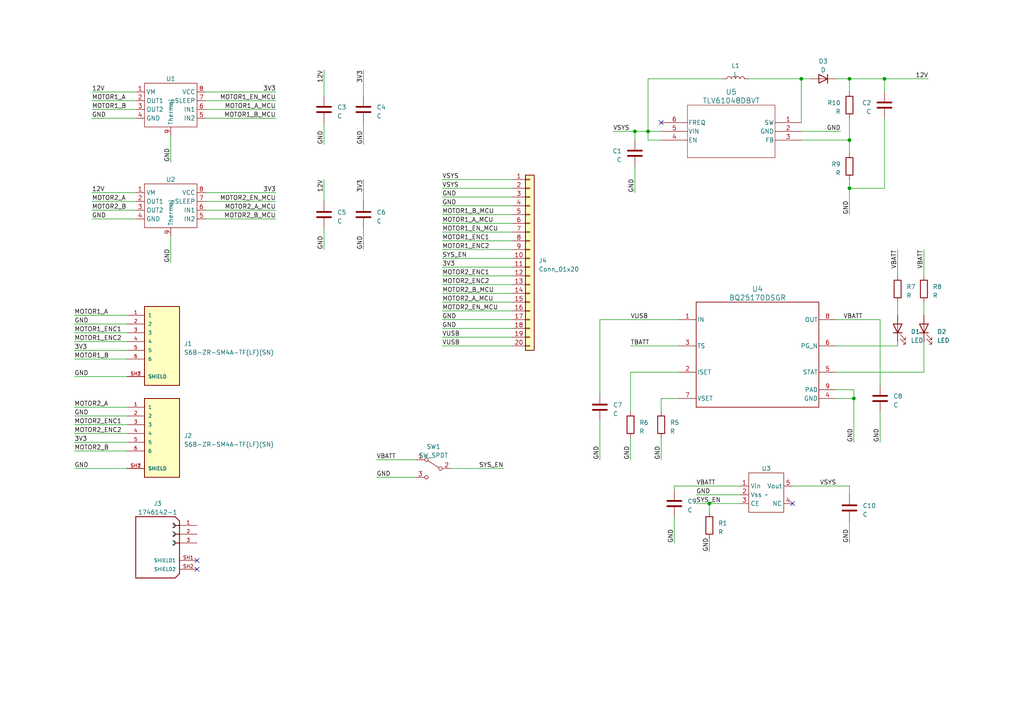
<source format=kicad_sch>
(kicad_sch (version 20230121) (generator eeschema)
  (paper "A4")
  (lib_symbols
    (symbol "1746142-1:1746142-1" (pin_names (offset 1.016))
      (property "Reference" "J" (at -12.7 8.89 0))
      (property "Value" "1746142-1" (at -12.7 -12.7 0))
      (symbol "1746142-1_0_0"
        (arc (start -1.905 -0.635) (mid -1.2727 0) (end -1.905 0.635) (stroke (width 0.254)))
        (arc (start -1.905 1.905) (mid -1.2727 2.54) (end -1.905 3.175) (stroke (width 0.254)))
        (arc (start -1.905 4.445) (mid -1.2727 5.08) (end -1.905 5.715) (stroke (width 0.254)))
        (polyline (pts (xy -12.7 -10.16) (xy -12.7 7.62)) (stroke (width 0.254)))
        (polyline (pts (xy -12.7 7.62) (xy -1.27 7.62)) (stroke (width 0.254)))
        (polyline (pts (xy -1.27 -10.16) (xy -12.7 -10.16)) (stroke (width 0.254)))
        (polyline (pts (xy 0 -8.89) (xy -1.27 -10.16)) (stroke (width 0.254)))
        (polyline (pts (xy 0 0) (xy -1.27 0)) (stroke (width 0.254)))
        (polyline (pts (xy 0 2.54) (xy -1.27 2.54)) (stroke (width 0.254)))
        (polyline (pts (xy 0 5.08) (xy -1.27 5.08)) (stroke (width 0.254)))
        (polyline (pts (xy 0 5.08) (xy 0 -8.89)) (stroke (width 0.254)))
        (polyline (pts (xy 0 6.35) (xy -1.27 7.62)) (stroke (width 0.254)))
        (polyline (pts (xy 0 6.35) (xy 0 5.08)) (stroke (width 0.254)))
        (pin passive line (at 5.08 5.08 180) (length 5.08) (name "1") (number "1"))
        (pin passive line (at 5.08 2.54 180) (length 5.08) (name "2") (number "2"))
        (pin passive line (at 5.08 0 180) (length 5.08) (name "3") (number "3"))
        (pin passive line (at 5.08 -5.08 180) (length 5.08) (name "SHIELD1") (number "SH1"))
        (pin passive line (at 5.08 -7.62 180) (length 5.08) (name "SHIELD2") (number "SH2"))
      )
    )
    (symbol "BQ25170DSGR:BQ25170DSGR" (pin_names (offset 0.254))
      (property "Reference" "U" (at 0 2.54 0))
      (property "Value" "BQ25170DSGR" (at 0 0 0))
      (symbol "BQ25170DSGR_0_1"
        (polyline (pts (xy -17.78 -15.24) (xy 17.78 -15.24)) (stroke (width 0.2032)))
        (polyline (pts (xy -17.78 15.24) (xy -17.78 -15.24)) (stroke (width 0.2032)))
        (polyline (pts (xy 17.78 -15.24) (xy 17.78 15.24)) (stroke (width 0.2032)))
        (polyline (pts (xy 17.78 15.24) (xy -17.78 15.24)) (stroke (width 0.2032)))
        (pin power_in line (at -22.86 10.16 0) (length 5.08) (name "IN") (number "1"))
        (pin input line (at -22.86 -5.08 0) (length 5.08) (name "ISET") (number "2"))
        (pin bidirectional line (at -22.86 2.54 0) (length 5.08) (name "TS") (number "3"))
        (pin power_in line (at 22.86 -12.7 180) (length 5.08) (name "GND") (number "4"))
        (pin output line (at 22.86 -5.08 180) (length 5.08) (name "STAT") (number "5"))
        (pin output line (at 22.86 2.54 180) (length 5.08) (name "PG_N") (number "6"))
        (pin input line (at -22.86 -12.7 0) (length 5.08) (name "VSET") (number "7"))
        (pin output line (at 22.86 10.16 180) (length 5.08) (name "OUT") (number "8"))
        (pin power_in line (at 22.86 -10.16 180) (length 5.08) (name "PAD") (number "9"))
      )
    )
    (symbol "Connector_Generic:Conn_01x20" (pin_names (offset 1.016) hide)
      (property "Reference" "J" (at 0 25.4 0))
      (property "Value" "Conn_01x20" (at 0 -27.94 0))
      (symbol "Conn_01x20_1_1"
        (rectangle (start -1.27 -25.273) (end 0 -25.527) (stroke (width 0.1524)))
        (rectangle (start -1.27 -22.733) (end 0 -22.987) (stroke (width 0.1524)))
        (rectangle (start -1.27 -20.193) (end 0 -20.447) (stroke (width 0.1524)))
        (rectangle (start -1.27 -17.653) (end 0 -17.907) (stroke (width 0.1524)))
        (rectangle (start -1.27 -15.113) (end 0 -15.367) (stroke (width 0.1524)))
        (rectangle (start -1.27 -12.573) (end 0 -12.827) (stroke (width 0.1524)))
        (rectangle (start -1.27 -10.033) (end 0 -10.287) (stroke (width 0.1524)))
        (rectangle (start -1.27 -7.493) (end 0 -7.747) (stroke (width 0.1524)))
        (rectangle (start -1.27 -4.953) (end 0 -5.207) (stroke (width 0.1524)))
        (rectangle (start -1.27 -2.413) (end 0 -2.667) (stroke (width 0.1524)))
        (rectangle (start -1.27 0.127) (end 0 -0.127) (stroke (width 0.1524)))
        (rectangle (start -1.27 2.667) (end 0 2.413) (stroke (width 0.1524)))
        (rectangle (start -1.27 5.207) (end 0 4.953) (stroke (width 0.1524)))
        (rectangle (start -1.27 7.747) (end 0 7.493) (stroke (width 0.1524)))
        (rectangle (start -1.27 10.287) (end 0 10.033) (stroke (width 0.1524)))
        (rectangle (start -1.27 12.827) (end 0 12.573) (stroke (width 0.1524)))
        (rectangle (start -1.27 15.367) (end 0 15.113) (stroke (width 0.1524)))
        (rectangle (start -1.27 17.907) (end 0 17.653) (stroke (width 0.1524)))
        (rectangle (start -1.27 20.447) (end 0 20.193) (stroke (width 0.1524)))
        (rectangle (start -1.27 22.987) (end 0 22.733) (stroke (width 0.1524)))
        (rectangle (start -1.27 24.13) (end 1.27 -26.67) (stroke (width 0.254)) (fill (type background)))
        (pin passive line (at -5.08 22.86 0) (length 3.81) (name "Pin_1") (number "1"))
        (pin passive line (at -5.08 0 0) (length 3.81) (name "Pin_10") (number "10"))
        (pin passive line (at -5.08 -2.54 0) (length 3.81) (name "Pin_11") (number "11"))
        (pin passive line (at -5.08 -5.08 0) (length 3.81) (name "Pin_12") (number "12"))
        (pin passive line (at -5.08 -7.62 0) (length 3.81) (name "Pin_13") (number "13"))
        (pin passive line (at -5.08 -10.16 0) (length 3.81) (name "Pin_14") (number "14"))
        (pin passive line (at -5.08 -12.7 0) (length 3.81) (name "Pin_15") (number "15"))
        (pin passive line (at -5.08 -15.24 0) (length 3.81) (name "Pin_16") (number "16"))
        (pin passive line (at -5.08 -17.78 0) (length 3.81) (name "Pin_17") (number "17"))
        (pin passive line (at -5.08 -20.32 0) (length 3.81) (name "Pin_18") (number "18"))
        (pin passive line (at -5.08 -22.86 0) (length 3.81) (name "Pin_19") (number "19"))
        (pin passive line (at -5.08 20.32 0) (length 3.81) (name "Pin_2") (number "2"))
        (pin passive line (at -5.08 -25.4 0) (length 3.81) (name "Pin_20") (number "20"))
        (pin passive line (at -5.08 17.78 0) (length 3.81) (name "Pin_3") (number "3"))
        (pin passive line (at -5.08 15.24 0) (length 3.81) (name "Pin_4") (number "4"))
        (pin passive line (at -5.08 12.7 0) (length 3.81) (name "Pin_5") (number "5"))
        (pin passive line (at -5.08 10.16 0) (length 3.81) (name "Pin_6") (number "6"))
        (pin passive line (at -5.08 7.62 0) (length 3.81) (name "Pin_7") (number "7"))
        (pin passive line (at -5.08 5.08 0) (length 3.81) (name "Pin_8") (number "8"))
        (pin passive line (at -5.08 2.54 0) (length 3.81) (name "Pin_9") (number "9"))
      )
    )
    (symbol "DRV8212:DRV8212"
      (property "Reference" "U" (at 0 7.62 0))
      (symbol "DRV8212_0_1"
        (rectangle (start 7.62 -6.35) (end -7.62 6.35))
      )
      (symbol "DRV8212_1_1"
        (pin power_in line (at -10.16 3.81 0) (length 2.54) (name "VM") (number "1"))
        (pin power_out line (at -10.16 1.27 0) (length 2.54) (name "OUT1") (number "2"))
        (pin power_out line (at -10.16 -1.27 0) (length 2.54) (name "OUT2") (number "3"))
        (pin power_in line (at -10.16 -3.81 0) (length 2.54) (name "GND") (number "4"))
        (pin input line (at 10.16 -3.81 180) (length 2.54) (name "IN2") (number "5"))
        (pin input line (at 10.16 -1.27 180) (length 2.54) (name "IN1") (number "6"))
        (pin input line (at 10.16 1.27 180) (length 2.54) (name "nSLEEP") (number "7"))
        (pin power_in line (at 10.16 3.81 180) (length 2.54) (name "VCC") (number "8"))
        (pin power_in line (at 0 -8.89 90) (length 2.54) (name "Thermal") (number "9"))
      )
    )
    (symbol "Device:C" (pin_numbers hide) (pin_names (offset 0.254))
      (property "Reference" "C" (at 0.635 2.54 0))
      (property "Value" "C" (at 0.635 -2.54 0))
      (symbol "C_0_1"
        (polyline (pts (xy -2.032 -0.762) (xy 2.032 -0.762)) (stroke (width 0.508)))
        (polyline (pts (xy -2.032 0.762) (xy 2.032 0.762)) (stroke (width 0.508)))
      )
      (symbol "C_1_1"
        (pin passive line (at 0 3.81 270) (length 2.794) (name "~") (number "1"))
        (pin passive line (at 0 -3.81 90) (length 2.794) (name "~") (number "2"))
      )
    )
    (symbol "Device:D" (pin_numbers hide) (pin_names (offset 1.016) hide)
      (property "Reference" "D" (at 0 2.54 0))
      (property "Value" "D" (at 0 -2.54 0))
      (symbol "D_0_1"
        (polyline (pts (xy -1.27 1.27) (xy -1.27 -1.27)) (stroke (width 0.254)))
        (polyline (pts (xy 1.27 0) (xy -1.27 0)))
        (polyline (pts (xy 1.27 1.27) (xy 1.27 -1.27) (xy -1.27 0) (xy 1.27 1.27)) (stroke (width 0.254)))
      )
      (symbol "D_1_1"
        (pin passive line (at -3.81 0 0) (length 2.54) (name "K") (number "1"))
        (pin passive line (at 3.81 0 180) (length 2.54) (name "A") (number "2"))
      )
    )
    (symbol "Device:L" (pin_numbers hide) (pin_names (offset 1.016) hide)
      (property "Reference" "L" (at -1.27 0 90))
      (property "Value" "L" (at 1.905 0 90))
      (symbol "L_0_1"
        (arc (start 0 -2.54) (mid 0.6323 -1.905) (end 0 -1.27))
        (arc (start 0 -1.27) (mid 0.6323 -0.635) (end 0 0))
        (arc (start 0 0) (mid 0.6323 0.635) (end 0 1.27))
        (arc (start 0 1.27) (mid 0.6323 1.905) (end 0 2.54))
      )
      (symbol "L_1_1"
        (pin passive line (at 0 3.81 270) (length 1.27) (name "1") (number "1"))
        (pin passive line (at 0 -3.81 90) (length 1.27) (name "2") (number "2"))
      )
    )
    (symbol "Device:LED" (pin_numbers hide) (pin_names (offset 1.016) hide)
      (property "Reference" "D" (at 0 2.54 0))
      (property "Value" "LED" (at 0 -2.54 0))
      (symbol "LED_0_1"
        (polyline (pts (xy -1.27 -1.27) (xy -1.27 1.27)) (stroke (width 0.254)))
        (polyline (pts (xy -1.27 0) (xy 1.27 0)))
        (polyline (pts (xy 1.27 -1.27) (xy 1.27 1.27) (xy -1.27 0) (xy 1.27 -1.27)) (stroke (width 0.254)))
        (polyline (pts (xy -3.048 -0.762) (xy -4.572 -2.286) (xy -3.81 -2.286) (xy -4.572 -2.286) (xy -4.572 -1.524)))
        (polyline (pts (xy -1.778 -0.762) (xy -3.302 -2.286) (xy -2.54 -2.286) (xy -3.302 -2.286) (xy -3.302 -1.524)))
      )
      (symbol "LED_1_1"
        (pin passive line (at -3.81 0 0) (length 2.54) (name "K") (number "1"))
        (pin passive line (at 3.81 0 180) (length 2.54) (name "A") (number "2"))
      )
    )
    (symbol "Device:R" (pin_numbers hide) (pin_names (offset 0))
      (property "Reference" "R" (at 2.032 0 90))
      (property "Value" "R" (at 0 0 90))
      (symbol "R_0_1"
        (rectangle (start -1.016 -2.54) (end 1.016 2.54) (stroke (width 0.254)))
      )
      (symbol "R_1_1"
        (pin passive line (at 0 3.81 270) (length 1.27) (name "~") (number "1"))
        (pin passive line (at 0 -3.81 90) (length 1.27) (name "~") (number "2"))
      )
    )
    (symbol "S6B-ZR-SM4A-TF_LF__SN_:S6B-ZR-SM4A-TF(LF)(SN)" (pin_names (offset 1.016))
      (property "Reference" "J" (at -5.087 10.8098 0))
      (property "Value" "S6B-ZR-SM4A-TF(LF)(SN)" (at -5.0901 -15.2704 0))
      (symbol "S6B-ZR-SM4A-TF(LF)(SN)_0_0"
        (rectangle (start -5.08 -12.7) (end 5.08 10.16) (stroke (width 0.254)) (fill (type background)))
        (pin passive line (at -10.16 7.62 0) (length 5.08) (name "1") (number "1"))
        (pin passive line (at -10.16 5.08 0) (length 5.08) (name "2") (number "2"))
        (pin passive line (at -10.16 2.54 0) (length 5.08) (name "3") (number "3"))
        (pin passive line (at -10.16 0 0) (length 5.08) (name "4") (number "4"))
        (pin passive line (at -10.16 -2.54 0) (length 5.08) (name "5") (number "5"))
        (pin passive line (at -10.16 -5.08 0) (length 5.08) (name "6") (number "6"))
        (pin passive line (at -10.16 -10.16 0) (length 5.08) (name "SHIELD") (number "SH1"))
        (pin passive line (at -10.16 -10.16 0) (length 5.08) (name "SHIELD") (number "SH2"))
      )
    )
    (symbol "Switch:SW_SPDT" (pin_names (offset 0) hide)
      (property "Reference" "SW" (at 0 4.318 0))
      (property "Value" "SW_SPDT" (at 0 -5.08 0))
      (symbol "SW_SPDT_0_0"
        (circle (center -2.032 0) (radius 0.508))
        (circle (center 2.032 -2.54) (radius 0.508))
      )
      (symbol "SW_SPDT_0_1"
        (polyline (pts (xy -1.524 0.254) (xy 1.651 2.286)))
        (circle (center 2.032 2.54) (radius 0.508))
      )
      (symbol "SW_SPDT_1_1"
        (pin passive line (at 5.08 2.54 180) (length 2.54) (name "A") (number "1"))
        (pin passive line (at -5.08 0 0) (length 2.54) (name "B") (number "2"))
        (pin passive line (at 5.08 -2.54 180) (length 2.54) (name "C") (number "3"))
      )
    )
    (symbol "TLV61048DBVT:TLV61048DBVT" (pin_names (offset 0.254))
      (property "Reference" "U" (at 20.32 10.16 0))
      (property "Value" "TLV61048DBVT" (at 20.32 7.62 0))
      (symbol "TLV61048DBVT_0_1"
        (polyline (pts (xy 7.62 -10.16) (xy 33.02 -10.16)) (stroke (width 0.127)))
        (polyline (pts (xy 7.62 5.08) (xy 7.62 -10.16)) (stroke (width 0.127)))
        (polyline (pts (xy 33.02 -10.16) (xy 33.02 5.08)) (stroke (width 0.127)))
        (polyline (pts (xy 33.02 5.08) (xy 7.62 5.08)) (stroke (width 0.127)))
        (pin power_in line (at 0 0 0) (length 7.62) (name "SW") (number "1"))
        (pin power_out line (at 0 -2.54 0) (length 7.62) (name "GND") (number "2"))
        (pin input line (at 0 -5.08 0) (length 7.62) (name "FB") (number "3"))
        (pin input line (at 40.64 -5.08 180) (length 7.62) (name "EN") (number "4"))
        (pin input line (at 40.64 -2.54 180) (length 7.62) (name "VIN") (number "5"))
        (pin input line (at 40.64 0 180) (length 7.62) (name "FREQ") (number "6"))
      )
    )
    (symbol "XC8111:XC8111-MR-G"
      (property "Reference" "U" (at 0 7.62 0))
      (symbol "XC8111-MR-G_0_1"
        (rectangle (start -5.08 6.35) (end 5.08 -5.08))
      )
      (symbol "XC8111-MR-G_1_1"
        (pin input line (at -7.62 2.54 0) (length 2.54) (name "Vin") (number "1"))
        (pin input line (at -7.62 0 0) (length 2.54) (name "Vss") (number "2"))
        (pin input line (at -7.62 -2.54 0) (length 2.54) (name "CE") (number "3"))
        (pin input line (at 7.62 -2.54 180) (length 2.54) (name "NC") (number "4"))
        (pin input line (at 7.62 2.54 180) (length 2.54) (name "Vout") (number "5"))
      )
    )
  )
  (junction (at 256.54 22.86))
  (junction (at 247.65 115.57))
  (junction (at 232.41 22.86))
  (junction (at 246.38 22.86))
  (junction (at 184.15 38.1))
  (junction (at 246.38 54.61))
  (junction (at 205.74 146.05))
  (junction (at 246.38 40.64))
  (junction (at 187.96 38.1))
  (no_connect (at 229.87 146.05))
  (no_connect (at 191.77 35.56))
  (no_connect (at 57.15 162.56))
  (no_connect (at 57.15 165.1))
  (wire (pts (xy 191.77 115.57) (xy 196.85 115.57)))
  (wire (pts (xy 256.54 34.29) (xy 256.54 54.61)))
  (wire (pts (xy 26.67 55.88) (xy 39.37 55.88)))
  (wire (pts (xy 232.41 22.86) (xy 217.17 22.86)))
  (wire (pts (xy 242.57 100.33) (xy 260.35 100.33)))
  (wire (pts (xy 59.69 31.75) (xy 80.01 31.75)))
  (wire (pts (xy 256.54 22.86) (xy 246.38 22.86)))
  (wire (pts (xy 182.88 119.38) (xy 182.88 107.95)))
  (wire (pts (xy 21.59 101.6) (xy 36.83 101.6)))
  (wire (pts (xy 128.27 57.15) (xy 148.59 57.15)))
  (wire (pts (xy 128.27 64.77) (xy 148.59 64.77)))
  (wire (pts (xy 128.27 95.25) (xy 148.59 95.25)))
  (wire (pts (xy 26.67 63.5) (xy 39.37 63.5)))
  (wire (pts (xy 255.27 111.76) (xy 255.27 92.71)))
  (wire (pts (xy 187.96 38.1) (xy 184.15 38.1)))
  (wire (pts (xy 182.88 100.33) (xy 196.85 100.33)))
  (wire (pts (xy 187.96 22.86) (xy 187.96 38.1)))
  (wire (pts (xy 128.27 52.07) (xy 148.59 52.07)))
  (wire (pts (xy 21.59 91.44) (xy 36.83 91.44)))
  (wire (pts (xy 205.74 146.05) (xy 214.63 146.05)))
  (wire (pts (xy 205.74 156.21) (xy 205.74 160.02)))
  (wire (pts (xy 21.59 99.06) (xy 36.83 99.06)))
  (wire (pts (xy 201.93 146.05) (xy 205.74 146.05)))
  (wire (pts (xy 59.69 60.96) (xy 80.01 60.96)))
  (wire (pts (xy 26.67 26.67) (xy 39.37 26.67)))
  (wire (pts (xy 232.41 35.56) (xy 232.41 22.86)))
  (wire (pts (xy 246.38 151.13) (xy 246.38 157.48)))
  (wire (pts (xy 260.35 72.39) (xy 260.35 80.01)))
  (wire (pts (xy 105.41 20.32) (xy 105.41 27.94)))
  (wire (pts (xy 21.59 125.73) (xy 36.83 125.73)))
  (wire (pts (xy 26.67 60.96) (xy 39.37 60.96)))
  (wire (pts (xy 242.57 92.71) (xy 255.27 92.71)))
  (wire (pts (xy 21.59 118.11) (xy 36.83 118.11)))
  (wire (pts (xy 128.27 74.93) (xy 148.59 74.93)))
  (wire (pts (xy 93.98 35.56) (xy 93.98 41.91)))
  (wire (pts (xy 26.67 34.29) (xy 39.37 34.29)))
  (wire (pts (xy 246.38 143.51) (xy 246.38 140.97)))
  (wire (pts (xy 247.65 128.27) (xy 247.65 115.57)))
  (wire (pts (xy 255.27 119.38) (xy 255.27 128.27)))
  (wire (pts (xy 128.27 82.55) (xy 148.59 82.55)))
  (wire (pts (xy 128.27 90.17) (xy 148.59 90.17)))
  (wire (pts (xy 182.88 107.95) (xy 196.85 107.95)))
  (wire (pts (xy 128.27 62.23) (xy 148.59 62.23)))
  (wire (pts (xy 105.41 52.07) (xy 105.41 58.42)))
  (wire (pts (xy 191.77 127) (xy 191.77 133.35)))
  (wire (pts (xy 109.22 138.43) (xy 120.65 138.43)))
  (wire (pts (xy 246.38 54.61) (xy 246.38 62.23)))
  (wire (pts (xy 232.41 22.86) (xy 234.95 22.86)))
  (wire (pts (xy 59.69 63.5) (xy 80.01 63.5)))
  (wire (pts (xy 59.69 26.67) (xy 80.01 26.67)))
  (wire (pts (xy 246.38 22.86) (xy 246.38 26.67)))
  (wire (pts (xy 128.27 59.69) (xy 148.59 59.69)))
  (wire (pts (xy 242.57 107.95) (xy 267.97 107.95)))
  (wire (pts (xy 21.59 96.52) (xy 36.83 96.52)))
  (wire (pts (xy 128.27 77.47) (xy 148.59 77.47)))
  (wire (pts (xy 59.69 58.42) (xy 80.01 58.42)))
  (wire (pts (xy 49.53 39.37) (xy 49.53 46.99)))
  (wire (pts (xy 21.59 104.14) (xy 36.83 104.14)))
  (wire (pts (xy 195.58 149.86) (xy 195.58 157.48)))
  (wire (pts (xy 21.59 135.89) (xy 36.83 135.89)))
  (wire (pts (xy 195.58 142.24) (xy 195.58 140.97)))
  (wire (pts (xy 105.41 66.04) (xy 105.41 72.39)))
  (wire (pts (xy 105.41 35.56) (xy 105.41 41.91)))
  (wire (pts (xy 109.22 133.35) (xy 120.65 133.35)))
  (wire (pts (xy 256.54 54.61) (xy 246.38 54.61)))
  (wire (pts (xy 128.27 100.33) (xy 148.59 100.33)))
  (wire (pts (xy 269.24 22.86) (xy 256.54 22.86)))
  (wire (pts (xy 205.74 146.05) (xy 205.74 148.59)))
  (wire (pts (xy 128.27 80.01) (xy 148.59 80.01)))
  (wire (pts (xy 59.69 55.88) (xy 80.01 55.88)))
  (wire (pts (xy 246.38 40.64) (xy 246.38 34.29)))
  (wire (pts (xy 247.65 115.57) (xy 247.65 113.03)))
  (wire (pts (xy 267.97 87.63) (xy 267.97 91.44)))
  (wire (pts (xy 21.59 120.65) (xy 36.83 120.65)))
  (wire (pts (xy 93.98 66.04) (xy 93.98 72.39)))
  (wire (pts (xy 173.99 114.3) (xy 173.99 92.71)))
  (wire (pts (xy 49.53 68.58) (xy 49.53 76.2)))
  (wire (pts (xy 93.98 52.07) (xy 93.98 58.42)))
  (wire (pts (xy 59.69 34.29) (xy 80.01 34.29)))
  (wire (pts (xy 260.35 87.63) (xy 260.35 91.44)))
  (wire (pts (xy 232.41 40.64) (xy 246.38 40.64)))
  (wire (pts (xy 229.87 140.97) (xy 246.38 140.97)))
  (wire (pts (xy 246.38 52.07) (xy 246.38 54.61)))
  (wire (pts (xy 21.59 130.81) (xy 36.83 130.81)))
  (wire (pts (xy 21.59 93.98) (xy 36.83 93.98)))
  (wire (pts (xy 209.55 22.86) (xy 187.96 22.86)))
  (wire (pts (xy 260.35 100.33) (xy 260.35 99.06)))
  (wire (pts (xy 128.27 54.61) (xy 148.59 54.61)))
  (wire (pts (xy 128.27 72.39) (xy 148.59 72.39)))
  (wire (pts (xy 184.15 48.26) (xy 184.15 55.88)))
  (wire (pts (xy 201.93 143.51) (xy 214.63 143.51)))
  (wire (pts (xy 191.77 119.38) (xy 191.77 115.57)))
  (wire (pts (xy 243.84 38.1) (xy 232.41 38.1)))
  (wire (pts (xy 256.54 26.67) (xy 256.54 22.86)))
  (wire (pts (xy 242.57 115.57) (xy 247.65 115.57)))
  (wire (pts (xy 184.15 38.1) (xy 177.8 38.1)))
  (wire (pts (xy 195.58 140.97) (xy 214.63 140.97)))
  (wire (pts (xy 21.59 123.19) (xy 36.83 123.19)))
  (wire (pts (xy 173.99 92.71) (xy 196.85 92.71)))
  (wire (pts (xy 26.67 31.75) (xy 39.37 31.75)))
  (wire (pts (xy 191.77 40.64) (xy 187.96 40.64)))
  (wire (pts (xy 128.27 97.79) (xy 148.59 97.79)))
  (wire (pts (xy 184.15 38.1) (xy 184.15 40.64)))
  (wire (pts (xy 128.27 92.71) (xy 148.59 92.71)))
  (wire (pts (xy 182.88 127) (xy 182.88 133.35)))
  (wire (pts (xy 191.77 38.1) (xy 187.96 38.1)))
  (wire (pts (xy 187.96 40.64) (xy 187.96 38.1)))
  (wire (pts (xy 267.97 107.95) (xy 267.97 99.06)))
  (wire (pts (xy 21.59 128.27) (xy 36.83 128.27)))
  (wire (pts (xy 93.98 20.32) (xy 93.98 27.94)))
  (wire (pts (xy 246.38 40.64) (xy 246.38 44.45)))
  (wire (pts (xy 128.27 69.85) (xy 148.59 69.85)))
  (wire (pts (xy 59.69 29.21) (xy 80.01 29.21)))
  (wire (pts (xy 26.67 58.42) (xy 39.37 58.42)))
  (wire (pts (xy 128.27 87.63) (xy 148.59 87.63)))
  (wire (pts (xy 21.59 109.22) (xy 36.83 109.22)))
  (wire (pts (xy 242.57 113.03) (xy 247.65 113.03)))
  (wire (pts (xy 242.57 22.86) (xy 246.38 22.86)))
  (wire (pts (xy 267.97 72.39) (xy 267.97 80.01)))
  (wire (pts (xy 128.27 67.31) (xy 148.59 67.31)))
  (wire (pts (xy 173.99 121.92) (xy 173.99 133.35)))
  (wire (pts (xy 130.81 135.89) (xy 146.05 135.89)))
  (wire (pts (xy 26.67 29.21) (xy 39.37 29.21)))
  (wire (pts (xy 128.27 85.09) (xy 148.59 85.09)))
  (label "GND" (at 21.59 135.89 0))
  (label "GND" (at 26.67 34.29 0))
  (label "MOTOR1_ENC1" (at 128.27 69.85 0))
  (label "SYS_EN" (at 146.05 135.89 180))
  (label "VUSB" (at 128.27 100.33 0))
  (label "MOTOR2_EN_MCU" (at 80.01 58.42 180))
  (label "VBATT" (at 109.22 133.35 0))
  (label "MOTOR2_ENC2" (at 21.59 125.73 0))
  (label "SYS_EN" (at 201.93 146.05 0))
  (label "MOTOR2_B_MCU" (at 128.27 85.09 0))
  (label "GND" (at 184.15 55.88 90))
  (label "VBATT" (at 250.19 92.71 180))
  (label "MOTOR1_ENC2" (at 21.59 99.06 0))
  (label "GND" (at 128.27 59.69 0))
  (label "12V" (at 93.98 20.32 270))
  (label "MOTOR2_A_MCU" (at 128.27 87.63 0))
  (label "GND" (at 93.98 41.91 90))
  (label "3V3" (at 21.59 128.27 0))
  (label "GND" (at 93.98 72.39 90))
  (label "GND" (at 201.93 143.51 0))
  (label "MOTOR1_B_MCU" (at 80.01 34.29 180))
  (label "MOTOR1_B" (at 21.59 104.14 0))
  (label "MOTOR2_A" (at 21.59 118.11 0))
  (label "MOTOR2_A" (at 26.67 58.42 0))
  (label "12V" (at 93.98 52.07 270))
  (label "GND" (at 255.27 128.27 90))
  (label "VSYS" (at 177.8 38.1 0))
  (label "VBATT" (at 201.93 140.97 0))
  (label "3V3" (at 105.41 52.07 270))
  (label "VUSB" (at 182.88 92.71 0))
  (label "3V3" (at 80.01 55.88 180))
  (label "VSYS" (at 128.27 52.07 0))
  (label "3V3" (at 128.27 77.47 0))
  (label "3V3" (at 80.01 26.67 180))
  (label "GND" (at 191.77 133.35 90))
  (label "VSYS" (at 128.27 54.61 0))
  (label "MOTOR1_ENC1" (at 21.59 96.52 0))
  (label "3V3" (at 105.41 20.32 270))
  (label "GND" (at 109.22 138.43 0))
  (label "GND" (at 246.38 157.48 90))
  (label "GND" (at 21.59 93.98 0))
  (label "GND" (at 195.58 157.48 90))
  (label "MOTOR1_ENC2" (at 128.27 72.39 0))
  (label "GND" (at 49.53 76.2 90))
  (label "GND" (at 128.27 92.71 0))
  (label "GND" (at 182.88 133.35 90))
  (label "MOTOR1_B" (at 26.67 31.75 0))
  (label "SYS_EN" (at 128.27 74.93 0))
  (label "MOTOR1_EN_MCU" (at 128.27 67.31 0))
  (label "MOTOR1_B_MCU" (at 128.27 62.23 0))
  (label "GND" (at 128.27 95.25 0))
  (label "GND" (at 105.41 72.39 90))
  (label "GND" (at 243.84 38.1 180))
  (label "MOTOR2_B" (at 26.67 60.96 0))
  (label "GND" (at 128.27 57.15 0))
  (label "MOTOR2_ENC2" (at 128.27 82.55 0))
  (label "GND" (at 26.67 63.5 0))
  (label "MOTOR2_B_MCU" (at 80.01 63.5 180))
  (label "MOTOR2_ENC1" (at 128.27 80.01 0))
  (label "MOTOR1_A_MCU" (at 128.27 64.77 0))
  (label "MOTOR2_ENC1" (at 21.59 123.19 0))
  (label "TBATT" (at 182.88 100.33 0))
  (label "VBATT" (at 260.35 72.39 270))
  (label "VBATT" (at 267.97 72.39 270))
  (label "GND" (at 105.41 41.91 90))
  (label "12V" (at 26.67 55.88 0))
  (label "12V" (at 26.67 26.67 0))
  (label "VUSB" (at 128.27 97.79 0))
  (label "VSYS" (at 242.57 140.97 180))
  (label "MOTOR1_EN_MCU" (at 80.01 29.21 180))
  (label "GND" (at 247.65 128.27 90))
  (label "GND" (at 49.53 46.99 90))
  (label "GND" (at 21.59 120.65 0))
  (label "GND" (at 21.59 109.22 0))
  (label "MOTOR2_B" (at 21.59 130.81 0))
  (label "MOTOR1_A" (at 21.59 91.44 0))
  (label "GND" (at 205.74 160.02 90))
  (label "3V3" (at 21.59 101.6 0))
  (label "12V" (at 269.24 22.86 180))
  (label "MOTOR2_A_MCU" (at 80.01 60.96 180))
  (label "GND" (at 246.38 62.23 90))
  (label "MOTOR1_A" (at 26.67 29.21 0))
  (label "MOTOR1_A_MCU" (at 80.01 31.75 180))
  (label "MOTOR2_EN_MCU" (at 128.27 90.17 0))
  (label "GND" (at 173.99 133.35 90))
  (symbol (lib_id "BQ25170DSGR:BQ25170DSGR") (at 219.71 102.87 0) (unit 1)
    (property "Reference" "U4" (at 219.71 83.82 0) (effects (font (size 1.524 1.524))))
    (property "Value" "BQ25170DSGR" (at 219.71 86.36 0) (effects (font (size 1.524 1.524))))
    (property "Footprint" "footprints:BQ25170DSGR_NV" (effects hide))
    (property "Datasheet" "BQ25170DSGR" (effects hide))
  )
  (symbol (lib_id "Device:C") (at 93.98 31.75 0) (unit 1)
    (property "Reference" "C3" (at 97.79 31.115 0) (effects (justify left)))
    (property "Value" "C" (at 97.79 33.655 0) (effects (justify left)))
    (property "Footprint" "Capacitor_SMD:C_1210_3225Metric" (effects hide))
  )
  (symbol (lib_id "Device:R") (at 246.38 48.26 0) (mirror y) (unit 1)
    (property "Reference" "R9" (at 243.84 47.625 0) (effects (justify left)))
    (property "Value" "R" (at 243.84 50.165 0) (effects (justify left)))
    (property "Footprint" "Resistor_SMD:R_0402_1005Metric" (effects hide))
  )
  (symbol (lib_id "XC8111:XC8111-MR-G") (at 222.25 143.51 0) (unit 1)
    (property "Reference" "U3" (at 222.25 135.89 0))
    (property "Value" "~" (at 222.25 143.51 0))
    (property "Footprint" "Package_TO_SOT_SMD:SOT-23-5" (effects hide))
  )
  (symbol (lib_id "Device:C") (at 105.41 62.23 0) (unit 1)
    (property "Reference" "C6" (at 109.22 61.595 0) (effects (justify left)))
    (property "Value" "C" (at 109.22 64.135 0) (effects (justify left)))
    (property "Footprint" "Capacitor_SMD:C_0603_1608Metric" (effects hide))
  )
  (symbol (lib_id "Device:LED") (at 267.97 95.25 90) (unit 1)
    (property "Reference" "D2" (at 271.78 96.2025 90) (effects (justify right)))
    (property "Value" "LED" (at 271.78 98.7425 90) (effects (justify right)))
    (property "Footprint" "Resistor_SMD:R_0402_1005Metric" (effects hide))
  )
  (symbol (lib_id "S6B-ZR-SM4A-TF_LF__SN_:S6B-ZR-SM4A-TF(LF)(SN)") (at 46.99 125.73 0) (unit 1)
    (property "Reference" "J2" (at 53.34 126.365 0) (effects (justify left)))
    (property "Value" "S6B-ZR-SM4A-TF(LF)(SN)" (at 53.34 128.905 0) (effects (justify left)))
    (property "Footprint" "footprints:JST_S6B-ZR-SM4A-TF(LF)(SN)" (effects hide))
    (property "SnapEDA_Link" "https://www.snapeda.com/parts/S6B-ZR-SM4A-TF(LF)(SN)/JST+Sales+America+Inc./view-part/?ref=snap" (effects hide))
    (property "Description" "\nConnector Header Surface Mount, Right Angle 6 position 0.059 (1.50mm)\n" (effects hide))
    (property "Package" "None" (effects hide))
    (property "Check_prices" "https://www.snapeda.com/parts/S6B-ZR-SM4A-TF(LF)(SN)/JST+Sales+America+Inc./view-part/?ref=eda" (effects hide))
    (property "STANDARD" "Manufacturer recommendations" (effects hide))
    (property "MF" "JST Sales America Inc." (effects hide))
    (property "MP" "S6B-ZR-SM4A-TF(LF)(SN)" (effects hide))
    (property "MANUFACTURER" "JST" (effects hide))
  )
  (symbol (lib_id "DRV8212:DRV8212") (at 49.53 59.69 0) (unit 1)
    (property "Reference" "U2" (at 49.53 52.07 0))
    (property "Value" "~" (at 49.53 59.69 0))
    (property "Footprint" "Package_SON:WSON-8-1EP_2x2mm_P0.5mm_EP0.9x1.6mm" (effects hide))
  )
  (symbol (lib_id "Device:C") (at 105.41 31.75 0) (unit 1)
    (property "Reference" "C4" (at 109.22 31.115 0) (effects (justify left)))
    (property "Value" "C" (at 109.22 33.655 0) (effects (justify left)))
    (property "Footprint" "Capacitor_SMD:C_0603_1608Metric" (effects hide))
  )
  (symbol (lib_id "Device:R") (at 260.35 83.82 0) (unit 1)
    (property "Reference" "R7" (at 262.89 83.185 0) (effects (justify left)))
    (property "Value" "R" (at 262.89 85.725 0) (effects (justify left)))
    (property "Footprint" "Resistor_SMD:R_0402_1005Metric" (effects hide))
  )
  (symbol (lib_id "Device:C") (at 93.98 62.23 0) (unit 1)
    (property "Reference" "C5" (at 97.79 61.595 0) (effects (justify left)))
    (property "Value" "C" (at 97.79 64.135 0) (effects (justify left)))
    (property "Footprint" "Capacitor_SMD:C_1210_3225Metric" (effects hide))
  )
  (symbol (lib_id "Device:C") (at 255.27 115.57 0) (unit 1)
    (property "Reference" "C8" (at 259.08 114.935 0) (effects (justify left)))
    (property "Value" "C" (at 259.08 117.475 0) (effects (justify left)))
    (property "Footprint" "Capacitor_SMD:C_0603_1608Metric" (effects hide))
  )
  (symbol (lib_id "Device:R") (at 205.74 152.4 0) (unit 1)
    (property "Reference" "R1" (at 208.28 151.765 0) (effects (justify left)))
    (property "Value" "R" (at 208.28 154.305 0) (effects (justify left)))
    (property "Footprint" "Resistor_SMD:R_0402_1005Metric" (effects hide))
  )
  (symbol (lib_id "Connector_Generic:Conn_01x20") (at 153.67 74.93 0) (unit 1)
    (property "Reference" "J4" (at 156.21 75.565 0) (effects (justify left)))
    (property "Value" "Conn_01x20" (at 156.21 78.105 0) (effects (justify left)))
    (property "Footprint" "footprints:TE_2-1734839-0" (effects hide))
  )
  (symbol (lib_id "Device:LED") (at 260.35 95.25 90) (unit 1)
    (property "Reference" "D1" (at 264.16 96.2025 90) (effects (justify right)))
    (property "Value" "LED" (at 264.16 98.7425 90) (effects (justify right)))
    (property "Footprint" "Resistor_SMD:R_0402_1005Metric" (effects hide))
  )
  (symbol (lib_id "Device:C") (at 173.99 118.11 0) (unit 1)
    (property "Reference" "C7" (at 177.8 117.475 0) (effects (justify left)))
    (property "Value" "C" (at 177.8 120.015 0) (effects (justify left)))
    (property "Footprint" "Capacitor_SMD:C_0603_1608Metric" (effects hide))
  )
  (symbol (lib_id "Device:C") (at 184.15 44.45 0) (mirror y) (unit 1)
    (property "Reference" "C1" (at 180.34 43.815 0) (effects (justify left)))
    (property "Value" "C" (at 180.34 46.355 0) (effects (justify left)))
    (property "Footprint" "Capacitor_SMD:C_1210_3225Metric" (effects hide))
    (property "MPN" "GCM32ER71E106KA57L" (effects hide))
  )
  (symbol (lib_id "Device:L") (at 213.36 22.86 270) (mirror x) (unit 1)
    (property "Reference" "L1" (at 213.36 19.05 90))
    (property "Value" "L" (at 213.36 21.59 90))
    (property "Footprint" "footprints:IND_SWPA5040S_SNL" (effects hide))
  )
  (symbol (lib_id "S6B-ZR-SM4A-TF_LF__SN_:S6B-ZR-SM4A-TF(LF)(SN)") (at 46.99 99.06 0) (unit 1)
    (property "Reference" "J1" (at 53.34 99.695 0) (effects (justify left)))
    (property "Value" "S6B-ZR-SM4A-TF(LF)(SN)" (at 53.34 102.235 0) (effects (justify left)))
    (property "Footprint" "footprints:JST_S6B-ZR-SM4A-TF(LF)(SN)" (effects hide))
    (property "SnapEDA_Link" "https://www.snapeda.com/parts/S6B-ZR-SM4A-TF(LF)(SN)/JST+Sales+America+Inc./view-part/?ref=snap" (effects hide))
    (property "Description" "\nConnector Header Surface Mount, Right Angle 6 position 0.059 (1.50mm)\n" (effects hide))
    (property "Package" "None" (effects hide))
    (property "Check_prices" "https://www.snapeda.com/parts/S6B-ZR-SM4A-TF(LF)(SN)/JST+Sales+America+Inc./view-part/?ref=eda" (effects hide))
    (property "STANDARD" "Manufacturer recommendations" (effects hide))
    (property "MF" "JST Sales America Inc." (effects hide))
    (property "MP" "S6B-ZR-SM4A-TF(LF)(SN)" (effects hide))
    (property "MANUFACTURER" "JST" (effects hide))
  )
  (symbol (lib_id "Device:R") (at 182.88 123.19 0) (unit 1)
    (property "Reference" "R6" (at 185.42 122.555 0) (effects (justify left)))
    (property "Value" "R" (at 185.42 125.095 0) (effects (justify left)))
    (property "Footprint" "Resistor_SMD:R_0402_1005Metric" (effects hide))
  )
  (symbol (lib_id "Device:R") (at 267.97 83.82 0) (unit 1)
    (property "Reference" "R8" (at 270.51 83.185 0) (effects (justify left)))
    (property "Value" "R" (at 270.51 85.725 0) (effects (justify left)))
    (property "Footprint" "Resistor_SMD:R_0402_1005Metric" (effects hide))
  )
  (symbol (lib_id "Device:D") (at 238.76 22.86 0) (mirror y) (unit 1)
    (property "Reference" "D3" (at 238.76 17.78 0))
    (property "Value" "D" (at 238.76 20.32 0))
    (property "Footprint" "footprints:SDO_B120AF_DIO" (effects hide))
    (property "Sim.Device" "D" (effects hide))
    (property "Sim.Pins" "1=K 2=A" (effects hide))
  )
  (symbol (lib_id "1746142-1:1746142-1") (at 52.07 157.48 0) (unit 1)
    (property "Reference" "J3" (at 45.72 146.05 0))
    (property "Value" "1746142-1" (at 45.72 148.59 0))
    (property "Footprint" "footprints:TE_1746142-1" (effects hide))
    (property "DigiKey_Part_Number" "A107932TR-ND" (effects hide))
    (property "MF" "TE Connectivity AMP Connectors" (effects hide))
    (property "MAXIMUM_PACKAGE_HEIGHT" "6.6 mm" (effects hide))
    (property "Package" "None" (effects hide))
    (property "Check_prices" "https://www.snapeda.com/parts/1746142-1/TE+Connectivity/view-part/?ref=eda" (effects hide))
    (property "STANDARD" "Manufacturer Recommendations" (effects hide))
    (property "PARTREV" "01" (effects hide))
    (property "SnapEDA_Link" "https://www.snapeda.com/parts/1746142-1/TE+Connectivity/view-part/?ref=snap" (effects hide))
    (property "MP" "1746142-1" (effects hide))
    (property "Purchase-URL" "https://www.snapeda.com/api/url_track_click_mouser/?unipart_id=8464006&manufacturer=TE Connectivity AMP Connectors&part_name=1746142-1&search_term=None" (effects hide))
    (property "Description" "\n3 Position Spring Battery Contact Connector Surface Mount, Right Angle\n" (effects hide))
    (property "MANUFACTURER" "TE Connectivity" (effects hide))
  )
  (symbol (lib_id "TLV61048DBVT:TLV61048DBVT") (at 232.41 35.56 0) (mirror y) (unit 1)
    (property "Reference" "U5" (at 212.09 26.67 0) (effects (font (size 1.524 1.524))))
    (property "Value" "TLV61048DBVT" (at 212.09 29.21 0) (effects (font (size 1.524 1.524))))
    (property "Footprint" "SOT23-6_DBV_TEX" (effects hide))
    (property "Datasheet" "TLV61048DBVT" (effects hide))
  )
  (symbol (lib_id "Device:C") (at 195.58 146.05 0) (unit 1)
    (property "Reference" "C9" (at 199.39 145.415 0) (effects (justify left)))
    (property "Value" "C" (at 199.39 147.955 0) (effects (justify left)))
    (property "Footprint" "Capacitor_SMD:C_0603_1608Metric" (effects hide))
  )
  (symbol (lib_id "Device:C") (at 256.54 30.48 0) (mirror y) (unit 1)
    (property "Reference" "C2" (at 252.73 29.845 0) (effects (justify left)))
    (property "Value" "C" (at 252.73 32.385 0) (effects (justify left)))
    (property "Footprint" "Capacitor_SMD:C_1210_3225Metric" (effects hide))
  )
  (symbol (lib_id "DRV8212:DRV8212") (at 49.53 30.48 0) (unit 1)
    (property "Reference" "U1" (at 49.53 22.86 0))
    (property "Value" "~" (at 49.53 30.48 0))
    (property "Footprint" "Package_SON:WSON-8-1EP_2x2mm_P0.5mm_EP0.9x1.6mm" (effects hide))
  )
  (symbol (lib_id "Switch:SW_SPDT") (at 125.73 135.89 0) (mirror y) (unit 1)
    (property "Reference" "SW1" (at 125.73 129.54 0))
    (property "Value" "SW_SPDT" (at 125.73 132.08 0))
    (property "Footprint" "Button_Switch_SMD:SW_SPDT_PCM12" (effects hide))
  )
  (symbol (lib_id "Device:R") (at 191.77 123.19 0) (unit 1)
    (property "Reference" "R5" (at 194.31 122.555 0) (effects (justify left)))
    (property "Value" "R" (at 194.31 125.095 0) (effects (justify left)))
    (property "Footprint" "Resistor_SMD:R_0402_1005Metric" (effects hide))
  )
  (symbol (lib_id "Device:R") (at 246.38 30.48 0) (mirror y) (unit 1)
    (property "Reference" "R10" (at 243.84 29.845 0) (effects (justify left)))
    (property "Value" "R" (at 243.84 32.385 0) (effects (justify left)))
    (property "Footprint" "Resistor_SMD:R_0402_1005Metric" (effects hide))
  )
  (symbol (lib_id "Device:C") (at 246.38 147.32 0) (unit 1)
    (property "Reference" "C10" (at 250.19 146.685 0) (effects (justify left)))
    (property "Value" "C" (at 250.19 149.225 0) (effects (justify left)))
    (property "Footprint" "Capacitor_SMD:C_0603_1608Metric" (effects hide))
  )
)
</source>
